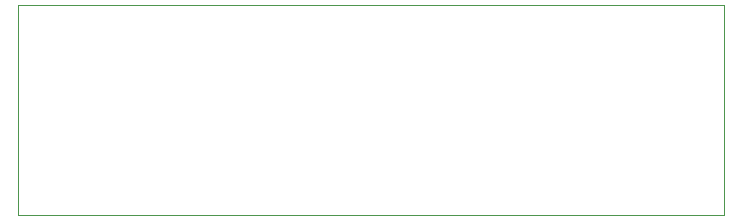
<source format=gbr>
G04 #@! TF.GenerationSoftware,KiCad,Pcbnew,5.1.5-52549c5~86~ubuntu18.04.1*
G04 #@! TF.CreationDate,2020-09-17T16:53:29-05:00*
G04 #@! TF.ProjectId,D02,4430322e-6b69-4636-9164-5f7063625858,rev?*
G04 #@! TF.SameCoordinates,Original*
G04 #@! TF.FileFunction,Profile,NP*
%FSLAX46Y46*%
G04 Gerber Fmt 4.6, Leading zero omitted, Abs format (unit mm)*
G04 Created by KiCad (PCBNEW 5.1.5-52549c5~86~ubuntu18.04.1) date 2020-09-17 16:53:29*
%MOMM*%
%LPD*%
G04 APERTURE LIST*
%ADD10C,0.050000*%
G04 APERTURE END LIST*
D10*
X79810000Y-20000000D02*
X79810000Y-37780000D01*
X20000000Y-37780000D02*
X79810000Y-37780000D01*
X20000000Y-20000000D02*
X79810000Y-20000000D01*
X20000000Y-20000000D02*
X20000000Y-37780000D01*
M02*

</source>
